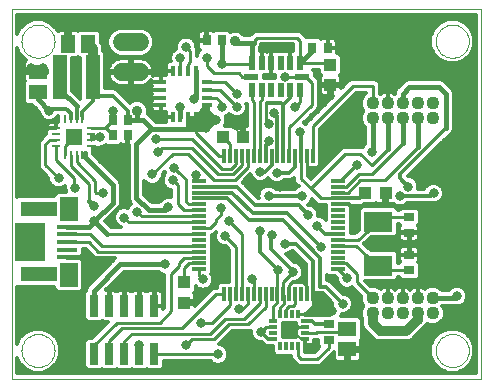
<source format=gtl>
G75*
G70*
%OFA0B0*%
%FSLAX24Y24*%
%IPPOS*%
%LPD*%
%AMOC8*
5,1,8,0,0,1.08239X$1,22.5*
%
%ADD10C,0.0000*%
%ADD11R,0.0472X0.0118*%
%ADD12R,0.0118X0.0472*%
%ADD13R,0.0276X0.0118*%
%ADD14R,0.0118X0.0276*%
%ADD15R,0.0217X0.0472*%
%ADD16R,0.0472X0.0217*%
%ADD17R,0.0472X0.1457*%
%ADD18R,0.0354X0.0276*%
%ADD19R,0.0591X0.0512*%
%ADD20R,0.0689X0.0157*%
%ADD21R,0.0591X0.0787*%
%ADD22R,0.1240X0.0512*%
%ADD23R,0.0984X0.1299*%
%ADD24R,0.0945X0.0669*%
%ADD25R,0.0295X0.0098*%
%ADD26R,0.0098X0.0295*%
%ADD27R,0.0571X0.0571*%
%ADD28R,0.0512X0.0591*%
%ADD29R,0.0276X0.0354*%
%ADD30R,0.0290X0.0730*%
%ADD31R,0.0335X0.0157*%
%ADD32R,0.0157X0.0335*%
%ADD33R,0.0433X0.0394*%
%ADD34R,0.0394X0.0433*%
%ADD35C,0.0436*%
%ADD36C,0.0600*%
%ADD37C,0.0100*%
%ADD38C,0.0160*%
%ADD39C,0.0317*%
%ADD40C,0.0120*%
%ADD41C,0.0356*%
%ADD42C,0.0320*%
%ADD43C,0.0080*%
D10*
X000325Y000160D02*
X000325Y012469D01*
X015976Y012469D01*
X015976Y000160D01*
X000325Y000160D01*
X000649Y001098D02*
X000651Y001145D01*
X000657Y001191D01*
X000667Y001237D01*
X000680Y001282D01*
X000698Y001325D01*
X000719Y001367D01*
X000743Y001407D01*
X000771Y001444D01*
X000802Y001479D01*
X000836Y001512D01*
X000872Y001541D01*
X000911Y001567D01*
X000952Y001590D01*
X000995Y001609D01*
X001039Y001625D01*
X001084Y001637D01*
X001130Y001645D01*
X001177Y001649D01*
X001223Y001649D01*
X001270Y001645D01*
X001316Y001637D01*
X001361Y001625D01*
X001405Y001609D01*
X001448Y001590D01*
X001489Y001567D01*
X001528Y001541D01*
X001564Y001512D01*
X001598Y001479D01*
X001629Y001444D01*
X001657Y001407D01*
X001681Y001367D01*
X001702Y001325D01*
X001720Y001282D01*
X001733Y001237D01*
X001743Y001191D01*
X001749Y001145D01*
X001751Y001098D01*
X001749Y001051D01*
X001743Y001005D01*
X001733Y000959D01*
X001720Y000914D01*
X001702Y000871D01*
X001681Y000829D01*
X001657Y000789D01*
X001629Y000752D01*
X001598Y000717D01*
X001564Y000684D01*
X001528Y000655D01*
X001489Y000629D01*
X001448Y000606D01*
X001405Y000587D01*
X001361Y000571D01*
X001316Y000559D01*
X001270Y000551D01*
X001223Y000547D01*
X001177Y000547D01*
X001130Y000551D01*
X001084Y000559D01*
X001039Y000571D01*
X000995Y000587D01*
X000952Y000606D01*
X000911Y000629D01*
X000872Y000655D01*
X000836Y000684D01*
X000802Y000717D01*
X000771Y000752D01*
X000743Y000789D01*
X000719Y000829D01*
X000698Y000871D01*
X000680Y000914D01*
X000667Y000959D01*
X000657Y001005D01*
X000651Y001051D01*
X000649Y001098D01*
X000649Y011410D02*
X000651Y011457D01*
X000657Y011503D01*
X000667Y011549D01*
X000680Y011594D01*
X000698Y011637D01*
X000719Y011679D01*
X000743Y011719D01*
X000771Y011756D01*
X000802Y011791D01*
X000836Y011824D01*
X000872Y011853D01*
X000911Y011879D01*
X000952Y011902D01*
X000995Y011921D01*
X001039Y011937D01*
X001084Y011949D01*
X001130Y011957D01*
X001177Y011961D01*
X001223Y011961D01*
X001270Y011957D01*
X001316Y011949D01*
X001361Y011937D01*
X001405Y011921D01*
X001448Y011902D01*
X001489Y011879D01*
X001528Y011853D01*
X001564Y011824D01*
X001598Y011791D01*
X001629Y011756D01*
X001657Y011719D01*
X001681Y011679D01*
X001702Y011637D01*
X001720Y011594D01*
X001733Y011549D01*
X001743Y011503D01*
X001749Y011457D01*
X001751Y011410D01*
X001749Y011363D01*
X001743Y011317D01*
X001733Y011271D01*
X001720Y011226D01*
X001702Y011183D01*
X001681Y011141D01*
X001657Y011101D01*
X001629Y011064D01*
X001598Y011029D01*
X001564Y010996D01*
X001528Y010967D01*
X001489Y010941D01*
X001448Y010918D01*
X001405Y010899D01*
X001361Y010883D01*
X001316Y010871D01*
X001270Y010863D01*
X001223Y010859D01*
X001177Y010859D01*
X001130Y010863D01*
X001084Y010871D01*
X001039Y010883D01*
X000995Y010899D01*
X000952Y010918D01*
X000911Y010941D01*
X000872Y010967D01*
X000836Y010996D01*
X000802Y011029D01*
X000771Y011064D01*
X000743Y011101D01*
X000719Y011141D01*
X000698Y011183D01*
X000680Y011226D01*
X000667Y011271D01*
X000657Y011317D01*
X000651Y011363D01*
X000649Y011410D01*
X014462Y011410D02*
X014464Y011457D01*
X014470Y011503D01*
X014480Y011549D01*
X014493Y011594D01*
X014511Y011637D01*
X014532Y011679D01*
X014556Y011719D01*
X014584Y011756D01*
X014615Y011791D01*
X014649Y011824D01*
X014685Y011853D01*
X014724Y011879D01*
X014765Y011902D01*
X014808Y011921D01*
X014852Y011937D01*
X014897Y011949D01*
X014943Y011957D01*
X014990Y011961D01*
X015036Y011961D01*
X015083Y011957D01*
X015129Y011949D01*
X015174Y011937D01*
X015218Y011921D01*
X015261Y011902D01*
X015302Y011879D01*
X015341Y011853D01*
X015377Y011824D01*
X015411Y011791D01*
X015442Y011756D01*
X015470Y011719D01*
X015494Y011679D01*
X015515Y011637D01*
X015533Y011594D01*
X015546Y011549D01*
X015556Y011503D01*
X015562Y011457D01*
X015564Y011410D01*
X015562Y011363D01*
X015556Y011317D01*
X015546Y011271D01*
X015533Y011226D01*
X015515Y011183D01*
X015494Y011141D01*
X015470Y011101D01*
X015442Y011064D01*
X015411Y011029D01*
X015377Y010996D01*
X015341Y010967D01*
X015302Y010941D01*
X015261Y010918D01*
X015218Y010899D01*
X015174Y010883D01*
X015129Y010871D01*
X015083Y010863D01*
X015036Y010859D01*
X014990Y010859D01*
X014943Y010863D01*
X014897Y010871D01*
X014852Y010883D01*
X014808Y010899D01*
X014765Y010918D01*
X014724Y010941D01*
X014685Y010967D01*
X014649Y010996D01*
X014615Y011029D01*
X014584Y011064D01*
X014556Y011101D01*
X014532Y011141D01*
X014511Y011183D01*
X014493Y011226D01*
X014480Y011271D01*
X014470Y011317D01*
X014464Y011363D01*
X014462Y011410D01*
X014462Y001098D02*
X014464Y001145D01*
X014470Y001191D01*
X014480Y001237D01*
X014493Y001282D01*
X014511Y001325D01*
X014532Y001367D01*
X014556Y001407D01*
X014584Y001444D01*
X014615Y001479D01*
X014649Y001512D01*
X014685Y001541D01*
X014724Y001567D01*
X014765Y001590D01*
X014808Y001609D01*
X014852Y001625D01*
X014897Y001637D01*
X014943Y001645D01*
X014990Y001649D01*
X015036Y001649D01*
X015083Y001645D01*
X015129Y001637D01*
X015174Y001625D01*
X015218Y001609D01*
X015261Y001590D01*
X015302Y001567D01*
X015341Y001541D01*
X015377Y001512D01*
X015411Y001479D01*
X015442Y001444D01*
X015470Y001407D01*
X015494Y001367D01*
X015515Y001325D01*
X015533Y001282D01*
X015546Y001237D01*
X015556Y001191D01*
X015562Y001145D01*
X015564Y001098D01*
X015562Y001051D01*
X015556Y001005D01*
X015546Y000959D01*
X015533Y000914D01*
X015515Y000871D01*
X015494Y000829D01*
X015470Y000789D01*
X015442Y000752D01*
X015411Y000717D01*
X015377Y000684D01*
X015341Y000655D01*
X015302Y000629D01*
X015261Y000606D01*
X015218Y000587D01*
X015174Y000571D01*
X015129Y000559D01*
X015083Y000551D01*
X015036Y000547D01*
X014990Y000547D01*
X014943Y000551D01*
X014897Y000559D01*
X014852Y000571D01*
X014808Y000587D01*
X014765Y000606D01*
X014724Y000629D01*
X014685Y000655D01*
X014649Y000684D01*
X014615Y000717D01*
X014584Y000752D01*
X014556Y000789D01*
X014532Y000829D01*
X014511Y000871D01*
X014493Y000914D01*
X014480Y000959D01*
X014470Y001005D01*
X014464Y001051D01*
X014462Y001098D01*
D11*
X011200Y003809D03*
X011200Y004005D03*
X011200Y004202D03*
X011200Y004399D03*
X011200Y004596D03*
X011200Y004793D03*
X011200Y004990D03*
X011200Y005187D03*
X011200Y005383D03*
X011200Y005580D03*
X011200Y005777D03*
X011200Y005974D03*
X011200Y006171D03*
X011200Y006368D03*
X011200Y006565D03*
X011200Y006761D03*
X006575Y006761D03*
X006575Y006565D03*
X006575Y006368D03*
X006575Y006171D03*
X006575Y005974D03*
X006575Y005777D03*
X006575Y005580D03*
X006575Y005383D03*
X006575Y005187D03*
X006575Y004990D03*
X006575Y004793D03*
X006575Y004596D03*
X006575Y004399D03*
X006575Y004202D03*
X006575Y004005D03*
X006575Y003809D03*
D12*
X007411Y002972D03*
X007608Y002972D03*
X007805Y002972D03*
X008002Y002972D03*
X008199Y002972D03*
X008395Y002972D03*
X008592Y002972D03*
X008789Y002972D03*
X008986Y002972D03*
X009183Y002972D03*
X009380Y002972D03*
X009576Y002972D03*
X009773Y002972D03*
X009970Y002972D03*
X010167Y002972D03*
X010364Y002972D03*
X010364Y007598D03*
X010167Y007598D03*
X009970Y007598D03*
X009773Y007598D03*
X009576Y007598D03*
X009380Y007598D03*
X009183Y007598D03*
X008986Y007598D03*
X008789Y007598D03*
X008592Y007598D03*
X008395Y007598D03*
X008199Y007598D03*
X008002Y007598D03*
X007805Y007598D03*
X007608Y007598D03*
X007411Y007598D03*
D13*
X009034Y002080D03*
X009034Y001883D03*
X009034Y001687D03*
X009034Y001490D03*
X010116Y001490D03*
X010116Y001687D03*
X010116Y001883D03*
X010116Y002080D03*
D14*
X009870Y002326D03*
X009673Y002326D03*
X009477Y002326D03*
X009280Y002326D03*
X009280Y001244D03*
X009477Y001244D03*
X009673Y001244D03*
X009870Y001244D03*
D15*
X009925Y009770D03*
X009610Y009770D03*
X009295Y009770D03*
X008980Y009770D03*
X008665Y009770D03*
X008350Y009770D03*
X008350Y010675D03*
X008665Y010675D03*
X008980Y010675D03*
X009295Y010675D03*
X009610Y010675D03*
X009925Y010675D03*
D16*
X010004Y010223D03*
X008311Y010223D03*
D17*
X003032Y010223D03*
X001930Y010223D03*
D18*
X010888Y001978D03*
X010888Y001467D03*
X013575Y003779D03*
X013575Y004291D03*
X013575Y005029D03*
X013575Y005541D03*
D19*
X011513Y001807D03*
X011513Y001138D03*
X001200Y009732D03*
X001200Y010401D03*
D20*
X002166Y005234D03*
X002166Y004978D03*
X002166Y004723D03*
X002166Y004467D03*
X002166Y004211D03*
D21*
X002225Y003620D03*
X002225Y005825D03*
D22*
X001231Y005805D03*
X001231Y003640D03*
D23*
X000945Y004723D03*
D24*
X012544Y005388D03*
X012544Y003932D03*
D25*
X002978Y007927D03*
X002978Y008124D03*
X002978Y008321D03*
X002978Y008518D03*
X001797Y008518D03*
X001797Y008321D03*
X001797Y008124D03*
X001797Y007927D03*
D26*
X002092Y007632D03*
X002289Y007632D03*
X002486Y007632D03*
X002683Y007632D03*
X002683Y008813D03*
X002486Y008813D03*
X002289Y008813D03*
X002092Y008813D03*
D27*
X002388Y008223D03*
D28*
X002209Y011316D03*
X002878Y011316D03*
D29*
X003694Y008785D03*
X004206Y008785D03*
X004206Y008285D03*
X003694Y008285D03*
X006819Y011441D03*
X007331Y011441D03*
X010350Y011191D03*
X010862Y011191D03*
D30*
X005075Y002585D03*
X004575Y002585D03*
X004075Y002585D03*
X003575Y002585D03*
X003075Y002585D03*
X003075Y000985D03*
X003575Y000985D03*
X004075Y000985D03*
X004575Y000985D03*
X005075Y000985D03*
D31*
X005307Y009276D03*
X005307Y009532D03*
X005307Y009788D03*
X005307Y010044D03*
X006843Y010044D03*
X006843Y009788D03*
X006843Y009532D03*
X006843Y009276D03*
D32*
X006459Y008892D03*
X006203Y008892D03*
X005947Y008892D03*
X005691Y008892D03*
X005691Y010428D03*
X005947Y010428D03*
X006203Y010428D03*
X006459Y010428D03*
D33*
X007365Y008223D03*
X008035Y008223D03*
X012115Y006348D03*
X012785Y006348D03*
D34*
X010950Y009950D03*
X010950Y010620D03*
X006075Y003370D03*
X006075Y002700D03*
D35*
X012356Y002848D03*
X012856Y002848D03*
X013356Y002848D03*
X013856Y002848D03*
X014356Y002848D03*
X014356Y002348D03*
X013856Y002348D03*
X013356Y002348D03*
X012856Y002348D03*
X012356Y002348D03*
X012356Y008848D03*
X012856Y008848D03*
X013356Y008848D03*
X013856Y008848D03*
X014356Y008848D03*
X014356Y009348D03*
X013856Y009348D03*
X013356Y009348D03*
X012856Y009348D03*
X012356Y009348D03*
D36*
X004594Y010379D02*
X003994Y010379D01*
X003994Y011379D02*
X004594Y011379D01*
D37*
X005950Y010848D02*
X005950Y010431D01*
X005947Y010428D01*
X006203Y010428D02*
X006203Y010663D01*
X006263Y010723D01*
X006263Y011098D01*
X006138Y011223D01*
X006825Y010848D02*
X006825Y010598D01*
X007075Y010348D01*
X007888Y010348D01*
X008013Y010223D01*
X008311Y010223D01*
X008350Y009770D02*
X008350Y009447D01*
X008395Y009402D01*
X008395Y007598D01*
X008200Y007597D02*
X008199Y007598D01*
X008200Y007597D02*
X008200Y007223D01*
X007763Y006785D01*
X007075Y006785D01*
X006200Y007660D01*
X005700Y007660D01*
X005013Y006973D01*
X005700Y006785D02*
X005856Y006629D01*
X005856Y005973D01*
X006052Y005777D01*
X006575Y005777D01*
X006575Y005580D02*
X004655Y005580D01*
X004513Y005723D01*
X004227Y005383D02*
X004075Y005535D01*
X004227Y005383D02*
X006575Y005383D01*
X006579Y005191D02*
X006575Y005187D01*
X006579Y005191D02*
X006950Y005191D01*
X007138Y005379D01*
X007138Y005473D01*
X007294Y005629D01*
X007294Y005848D01*
X007575Y005410D02*
X008002Y004983D01*
X008002Y002972D01*
X007805Y002972D02*
X007805Y004555D01*
X007450Y004910D01*
X006575Y004990D02*
X003495Y004990D01*
X003326Y004596D02*
X006575Y004596D01*
X006575Y004399D02*
X003211Y004399D01*
X002888Y004723D01*
X002166Y004723D01*
X002166Y004978D02*
X002944Y004978D01*
X003326Y004596D01*
X002396Y005223D02*
X002166Y005234D01*
X002888Y006098D02*
X002888Y006660D01*
X002289Y007258D01*
X002289Y007632D01*
X002092Y007632D02*
X002092Y007927D01*
X002388Y008223D01*
X002978Y008321D02*
X002978Y008124D01*
X003076Y008223D02*
X002978Y008321D01*
X002978Y008518D02*
X003427Y008518D01*
X003461Y008518D01*
X003694Y008285D01*
X003427Y008518D02*
X003694Y008785D01*
X003700Y008791D01*
X004206Y008285D02*
X004138Y008217D01*
X004138Y008035D01*
X003888Y007785D01*
X003700Y007785D01*
X003263Y007879D02*
X003169Y007785D01*
X003138Y007785D01*
X003263Y007660D01*
X003263Y007598D01*
X003075Y007754D02*
X003075Y007910D01*
X003106Y007879D01*
X003263Y007879D01*
X003075Y007754D02*
X003013Y007691D01*
X003013Y007893D01*
X002978Y007927D01*
X002763Y007598D02*
X002717Y007598D01*
X002683Y007632D01*
X002486Y007632D02*
X002486Y007374D01*
X003111Y006749D01*
X003111Y006374D01*
X003138Y006348D01*
X003356Y006348D01*
X002450Y006535D02*
X002388Y006598D01*
X002388Y006848D01*
X001797Y007438D01*
X001797Y007927D01*
X001797Y008124D02*
X001602Y008124D01*
X001450Y007973D01*
X001450Y007285D01*
X001888Y006848D01*
X002683Y008813D02*
X002683Y008924D01*
X005138Y008160D02*
X006325Y008160D01*
X007325Y007160D01*
X007638Y007160D01*
X007805Y007327D01*
X007805Y007598D01*
X008002Y007598D02*
X008002Y007274D01*
X007700Y006973D01*
X007200Y006973D01*
X006325Y007848D01*
X005325Y007848D01*
X005200Y007723D01*
X005731Y007191D02*
X005877Y007064D01*
X006138Y006804D01*
X006138Y006066D01*
X006230Y005974D01*
X006575Y005974D01*
X008013Y007348D02*
X008013Y007587D01*
X008002Y007598D01*
X007608Y007598D02*
X007608Y007980D01*
X007365Y008223D01*
X007411Y007598D02*
X007217Y007598D01*
X006459Y008356D01*
X006459Y008535D01*
X006408Y008484D01*
X006396Y008473D01*
X006459Y008892D02*
X006203Y008892D01*
X005947Y009220D02*
X005950Y009223D01*
X006843Y009532D02*
X006846Y009535D01*
X007138Y009535D01*
X007325Y009348D01*
X007325Y009223D01*
X007825Y009223D02*
X007260Y009788D01*
X006843Y009788D01*
X006843Y010044D02*
X007441Y010044D01*
X007825Y009660D01*
X008592Y009396D02*
X008665Y009469D01*
X008665Y009770D01*
X008592Y009396D02*
X008592Y007598D01*
X009576Y007598D02*
X009576Y008536D01*
X010325Y009285D01*
X010325Y010035D01*
X010138Y010223D01*
X010004Y010223D01*
X009450Y010223D01*
X009610Y009770D02*
X009638Y009742D01*
X009925Y009770D02*
X009925Y009385D01*
X009763Y009223D01*
X010364Y008574D02*
X011700Y009910D01*
X012375Y009910D01*
X012375Y009366D01*
X012356Y009348D01*
X011638Y008066D02*
X011388Y008066D01*
X010388Y007066D01*
X010388Y007004D01*
X010167Y007224D01*
X010167Y007598D01*
X010364Y007598D02*
X010364Y008574D01*
X009970Y007598D02*
X009970Y006827D01*
X010294Y006504D01*
X011450Y007660D01*
X011950Y007660D01*
X012325Y007285D01*
X012856Y007816D01*
X013356Y008004D02*
X012325Y006973D01*
X011888Y006973D01*
X011480Y006565D01*
X011200Y006565D01*
X011200Y006368D02*
X011533Y006368D01*
X011950Y006785D01*
X012763Y006785D01*
X013856Y007879D01*
X011301Y006761D02*
X011200Y006761D01*
X011200Y006171D02*
X010627Y006171D01*
X010294Y006504D01*
X011200Y004793D02*
X011855Y004793D01*
X012544Y005388D01*
X012603Y005541D01*
X013575Y005541D01*
X012544Y003932D02*
X011786Y004596D01*
X011200Y004596D01*
X011200Y004005D02*
X011480Y004005D01*
X011825Y003660D01*
X011825Y003379D01*
X012356Y002848D01*
X012603Y003779D02*
X013575Y003779D01*
X012603Y003779D02*
X012544Y003932D01*
X010364Y002972D02*
X010364Y002574D01*
X010116Y002326D01*
X009870Y002326D01*
X009700Y002598D02*
X009575Y002598D01*
X009477Y002499D01*
X009477Y002326D01*
X009280Y002326D02*
X009280Y002552D01*
X009388Y002660D01*
X009388Y002964D01*
X009380Y002972D01*
X009380Y003402D01*
X009700Y003723D01*
X009700Y003410D02*
X010013Y003410D01*
X010167Y003255D01*
X010167Y002972D01*
X009773Y002972D02*
X009763Y002961D01*
X009763Y002660D01*
X009700Y002598D01*
X009576Y002972D02*
X009576Y003286D01*
X009700Y003410D01*
X009200Y003785D02*
X009183Y003768D01*
X009183Y002972D01*
X009183Y002705D01*
X009034Y002556D01*
X009034Y002080D01*
X009034Y001883D02*
X008798Y001883D01*
X008638Y001723D01*
X008870Y001490D01*
X009034Y001490D01*
X009575Y001785D02*
X009638Y001848D01*
X009825Y001848D01*
X009861Y001883D01*
X010116Y001883D01*
X010116Y001687D02*
X010477Y001687D01*
X010513Y001723D01*
X011428Y001723D01*
X011513Y001807D01*
X010888Y001467D02*
X010888Y001191D01*
X010513Y000816D01*
X009981Y000816D01*
X009870Y000927D01*
X009870Y001244D01*
X008789Y002562D02*
X008200Y001973D01*
X007575Y001973D01*
X007075Y001473D01*
X006325Y001473D01*
X006138Y001285D01*
X006013Y001848D02*
X007138Y002973D01*
X007411Y002973D01*
X007411Y002972D01*
X007608Y002972D02*
X007608Y002630D01*
X007013Y002035D01*
X006638Y002035D01*
X006950Y001660D02*
X007450Y002160D01*
X008075Y002160D01*
X008592Y002677D01*
X008592Y002972D01*
X008395Y002972D02*
X008395Y003402D01*
X008325Y003473D01*
X008199Y002972D02*
X008199Y002659D01*
X008013Y002473D01*
X007888Y002473D01*
X008789Y002562D02*
X008789Y002972D01*
X006950Y001660D02*
X004325Y001660D01*
X004075Y001410D01*
X004075Y000985D01*
X004575Y000985D02*
X004575Y001285D01*
X005075Y000985D02*
X005188Y000973D01*
X007200Y000973D01*
X006013Y001848D02*
X004013Y001848D01*
X003575Y001410D01*
X003575Y000985D01*
X003075Y000985D02*
X003075Y001285D01*
X003825Y002035D01*
X005263Y002035D01*
X005638Y002410D01*
X005638Y003660D01*
X005888Y003910D01*
X005888Y004035D01*
X006055Y004202D01*
X006575Y004202D01*
X006575Y004005D02*
X006233Y004005D01*
X006075Y003848D01*
X006075Y003370D01*
X006138Y003432D01*
X006575Y003598D02*
X006575Y003808D01*
X006575Y003809D01*
X006575Y003598D02*
X006700Y003473D01*
X008888Y008660D02*
X008794Y008754D01*
X008794Y009316D01*
X008825Y009348D01*
X008335Y010660D02*
X007325Y010660D01*
X008335Y010660D02*
X008350Y010675D01*
X008388Y011348D02*
X008388Y011410D01*
X008513Y011535D01*
X009825Y011535D01*
X009925Y011435D01*
X009925Y010675D01*
X009950Y010700D01*
X009925Y010675D02*
X010013Y010763D01*
X009925Y010675D02*
X010894Y010675D01*
X010950Y010620D01*
D38*
X010350Y011101D02*
X009925Y010675D01*
X010350Y011101D02*
X010350Y011191D01*
X008388Y011348D02*
X008350Y011310D01*
X008350Y010675D01*
X008388Y011348D02*
X007825Y011348D01*
X007763Y011410D01*
X007331Y011441D02*
X007325Y011435D01*
X007325Y010660D01*
X006459Y010428D02*
X006459Y009544D01*
X006388Y009473D01*
X006843Y009276D02*
X006843Y009080D01*
X007138Y008785D01*
X007044Y008723D02*
X006825Y008504D01*
X006794Y008504D01*
X006774Y008484D01*
X006408Y008484D01*
X006396Y008473D02*
X005013Y008473D01*
X004700Y008785D01*
X004513Y008785D01*
X004513Y009098D01*
X004513Y008785D02*
X004206Y008785D01*
X003700Y008791D02*
X003700Y009098D01*
X003263Y008223D02*
X003076Y008223D01*
X002763Y007691D02*
X002763Y007598D01*
X002763Y007552D01*
X003700Y006615D01*
X003700Y006035D01*
X003075Y005410D01*
X003495Y004990D01*
X003075Y005410D02*
X002899Y005234D01*
X002166Y005234D01*
X002888Y006098D02*
X003075Y005910D01*
X004481Y006191D02*
X004481Y007973D01*
X004981Y008473D01*
X005947Y008892D02*
X005947Y009220D01*
X006294Y008816D02*
X006200Y008723D01*
X006200Y008566D01*
X006325Y008566D01*
X006325Y008660D01*
X006388Y008754D02*
X006325Y008816D01*
X006294Y008816D01*
X006388Y008754D02*
X006888Y008754D01*
X006825Y008691D01*
X006825Y008504D01*
X006794Y008504D02*
X006490Y008504D01*
X006459Y008535D01*
X006459Y008892D01*
X006843Y009276D01*
X006763Y009035D02*
X006763Y009004D01*
X007044Y008723D01*
X006763Y008566D02*
X006763Y009004D01*
X006606Y008973D02*
X006606Y008566D01*
X006763Y008566D01*
X004481Y006191D02*
X004888Y005785D01*
X005450Y005785D01*
X005544Y005879D01*
X005450Y003973D02*
X003950Y003973D01*
X003075Y003098D01*
X003075Y002585D01*
X003075Y004035D02*
X002899Y004211D01*
X002166Y004211D01*
X001575Y009098D02*
X001200Y009473D01*
X001200Y009732D01*
X001950Y009785D02*
X002486Y009249D01*
X010450Y002910D02*
X010450Y002566D01*
X010325Y002441D01*
X010856Y002441D01*
X010856Y002504D01*
X010575Y002785D01*
X010575Y002566D01*
X010544Y002535D01*
X010669Y002535D01*
X010888Y002316D02*
X010981Y002410D01*
X010981Y002598D01*
X010669Y002910D01*
X010450Y002910D01*
X010116Y002326D02*
X010126Y002316D01*
X010888Y002316D01*
X010126Y002316D02*
X010106Y002316D01*
X014356Y002848D02*
X015106Y002848D01*
X015169Y002910D01*
X012856Y007816D02*
X012856Y008848D01*
X012356Y008848D02*
X012356Y007754D01*
X012325Y007723D01*
X013356Y008004D02*
X013356Y008848D01*
X013856Y008848D02*
X013856Y007879D01*
X014794Y008504D02*
X014794Y009660D01*
X014575Y009879D01*
X013575Y009879D01*
X013356Y009660D01*
X013356Y009348D01*
D39*
X011856Y008004D03*
X012325Y007723D03*
X011825Y007285D03*
X013263Y006254D03*
X013544Y006566D03*
X013888Y006973D03*
X014294Y007348D03*
X014388Y006348D03*
X014419Y004473D03*
X014294Y003754D03*
X015169Y002910D03*
X011513Y003504D03*
X011356Y002660D03*
X011013Y002410D03*
X009575Y001785D03*
X008638Y001723D03*
X007700Y001535D03*
X007200Y000973D03*
X008075Y000785D03*
X006638Y002035D03*
X006138Y001285D03*
X004575Y001285D03*
X006575Y002973D03*
X006700Y003473D03*
X007263Y004223D03*
X007450Y004910D03*
X007575Y005410D03*
X007294Y005848D03*
X008325Y006660D03*
X008606Y007066D03*
X009169Y007035D03*
X009263Y006566D03*
X008888Y006254D03*
X010013Y006254D03*
X010200Y005629D03*
X010513Y005254D03*
X010638Y004566D03*
X009763Y004160D03*
X009700Y003723D03*
X009200Y003785D03*
X008325Y003473D03*
X007888Y002473D03*
X005450Y003973D03*
X005044Y003629D03*
X004638Y003348D03*
X005200Y003254D03*
X003825Y003285D03*
X003075Y003660D03*
X003075Y004035D03*
X003513Y004035D03*
X002263Y002848D03*
X001513Y002848D03*
X001513Y002223D03*
X002200Y002223D03*
X002200Y001660D03*
X003075Y005410D03*
X003075Y005910D03*
X003356Y006348D03*
X002450Y006535D03*
X001888Y006848D03*
X001325Y006785D03*
X000981Y007598D03*
X000981Y008254D03*
X000981Y008910D03*
X001575Y009098D03*
X002388Y008223D03*
X003263Y008223D03*
X003700Y007785D03*
X003638Y007410D03*
X003263Y007598D03*
X003700Y009098D03*
X004169Y009785D03*
X005950Y009223D03*
X006388Y009473D03*
X007325Y009223D03*
X007138Y008785D03*
X006794Y008504D03*
X007825Y008598D03*
X007825Y009223D03*
X007825Y009660D03*
X007325Y010660D03*
X006825Y010848D03*
X006138Y011223D03*
X005950Y010848D03*
X008888Y008660D03*
X009075Y009035D03*
X009763Y009223D03*
X009919Y008379D03*
X008888Y008098D03*
X010294Y007004D03*
X008606Y005098D03*
X009013Y004941D03*
X009419Y004660D03*
X006481Y006941D03*
X005731Y007191D03*
X005700Y006785D03*
X005013Y006973D03*
X004950Y006348D03*
X005544Y005879D03*
X004513Y005723D03*
X004075Y005535D03*
X005200Y007723D03*
X005138Y008160D03*
X002419Y010754D03*
X001356Y010535D03*
X000981Y010535D03*
X009450Y010223D03*
X009513Y011223D03*
X010638Y011691D03*
X011700Y011035D03*
X011450Y009098D03*
X010481Y001254D03*
D40*
X010530Y001254D02*
X010578Y001207D01*
X010417Y001046D01*
X010109Y001046D01*
X010109Y001271D01*
X010116Y001271D01*
X010116Y001448D01*
X010116Y001448D01*
X010116Y001271D01*
X010275Y001271D01*
X010316Y001282D01*
X010352Y001303D01*
X010382Y001332D01*
X010403Y001369D01*
X010414Y001410D01*
X010414Y001457D01*
X010530Y001457D01*
X010530Y001254D01*
X010545Y001240D02*
X010109Y001240D01*
X010116Y001358D02*
X010116Y001358D01*
X010109Y001121D02*
X010492Y001121D01*
X010530Y001358D02*
X010397Y001358D01*
X009799Y001561D02*
X009799Y001820D01*
X009819Y001840D01*
X009819Y001883D01*
X009862Y001883D01*
X009862Y001883D01*
X009862Y001883D01*
X009819Y001883D01*
X009819Y001927D01*
X009799Y001947D01*
X009799Y002009D01*
X009737Y002009D01*
X009610Y002009D01*
X009351Y002009D01*
X009351Y001561D01*
X009799Y001561D01*
X009799Y001595D02*
X009351Y001595D01*
X009351Y001714D02*
X009799Y001714D01*
X009810Y001832D02*
X009351Y001832D01*
X009351Y001951D02*
X009799Y001951D01*
X010116Y002080D02*
X010342Y002080D01*
X010444Y001978D01*
X010888Y001978D01*
X011310Y002243D02*
X011342Y002322D01*
X011424Y002322D01*
X011548Y002373D01*
X011643Y002468D01*
X011695Y002593D01*
X011695Y002727D01*
X011643Y002852D01*
X011548Y002947D01*
X011424Y002998D01*
X011357Y002998D01*
X010930Y003426D01*
X010846Y003461D01*
X010846Y003613D01*
X010890Y003570D01*
X011107Y003570D01*
X011174Y003503D01*
X011174Y003436D01*
X011226Y003312D01*
X011321Y003217D01*
X011445Y003165D01*
X011580Y003165D01*
X011674Y003204D01*
X011958Y002920D01*
X011958Y002768D01*
X012019Y002622D01*
X012043Y002598D01*
X012019Y002573D01*
X011958Y002427D01*
X011958Y002268D01*
X012016Y002128D01*
X012016Y001936D01*
X012068Y001811D01*
X012164Y001716D01*
X012414Y001466D01*
X012539Y001414D01*
X013549Y001414D01*
X013674Y001466D01*
X014049Y001841D01*
X014144Y001936D01*
X014169Y001994D01*
X014277Y001949D01*
X014435Y001949D01*
X014582Y002010D01*
X014694Y002122D01*
X014754Y002268D01*
X014754Y002427D01*
X014694Y002573D01*
X014679Y002588D01*
X015063Y002588D01*
X015101Y002572D01*
X015236Y002572D01*
X015360Y002623D01*
X015456Y002718D01*
X015507Y002843D01*
X015507Y002977D01*
X015456Y003102D01*
X015360Y003197D01*
X015236Y003248D01*
X015101Y003248D01*
X014977Y003197D01*
X014888Y003107D01*
X014659Y003107D01*
X014582Y003185D01*
X014435Y003246D01*
X014277Y003246D01*
X014131Y003185D01*
X014091Y003145D01*
X014035Y003183D01*
X013967Y003211D01*
X013893Y003226D01*
X013856Y003226D01*
X013819Y003226D01*
X013746Y003211D01*
X013677Y003183D01*
X013615Y003141D01*
X013606Y003132D01*
X013597Y003141D01*
X013535Y003183D01*
X013467Y003211D01*
X013393Y003226D01*
X013356Y003226D01*
X013319Y003226D01*
X013246Y003211D01*
X013177Y003183D01*
X013115Y003141D01*
X013106Y003132D01*
X013097Y003141D01*
X013035Y003183D01*
X012967Y003211D01*
X012893Y003226D01*
X012856Y003226D01*
X012819Y003226D01*
X012746Y003211D01*
X012677Y003183D01*
X012621Y003145D01*
X012582Y003185D01*
X012435Y003246D01*
X012283Y003246D01*
X012112Y003417D01*
X013091Y003417D01*
X013196Y003522D01*
X013196Y003549D01*
X013235Y003549D01*
X013323Y003461D01*
X013827Y003461D01*
X013932Y003567D01*
X013932Y003991D01*
X013874Y004049D01*
X013880Y004055D01*
X013901Y004091D01*
X013912Y004132D01*
X013912Y004282D01*
X013584Y004282D01*
X013584Y004300D01*
X013566Y004300D01*
X013566Y004589D01*
X013377Y004589D01*
X013336Y004578D01*
X013300Y004557D01*
X013270Y004527D01*
X013249Y004490D01*
X013238Y004450D01*
X013238Y004300D01*
X013566Y004300D01*
X013566Y004282D01*
X013238Y004282D01*
X013238Y004132D01*
X013249Y004091D01*
X013270Y004055D01*
X013276Y004049D01*
X013235Y004009D01*
X013196Y004009D01*
X013196Y004341D01*
X013091Y004446D01*
X012305Y004446D01*
X012057Y004664D01*
X012300Y004874D01*
X013091Y004874D01*
X013196Y004979D01*
X013196Y005311D01*
X013235Y005311D01*
X013276Y005271D01*
X013270Y005265D01*
X013249Y005229D01*
X013238Y005188D01*
X013238Y005038D01*
X013566Y005038D01*
X013566Y005020D01*
X013584Y005020D01*
X013584Y004731D01*
X013773Y004731D01*
X013814Y004742D01*
X013850Y004763D01*
X013880Y004793D01*
X013901Y004830D01*
X013912Y004870D01*
X013912Y005020D01*
X013584Y005020D01*
X013584Y005038D01*
X013912Y005038D01*
X013912Y005188D01*
X013901Y005229D01*
X013880Y005265D01*
X013874Y005271D01*
X013932Y005329D01*
X013932Y005753D01*
X013827Y005859D01*
X013323Y005859D01*
X013235Y005771D01*
X013196Y005771D01*
X013196Y005798D01*
X013091Y005903D01*
X011997Y005903D01*
X011891Y005798D01*
X011891Y005129D01*
X011769Y005023D01*
X011617Y005023D01*
X011617Y005911D01*
X011597Y005931D01*
X011986Y005931D01*
X012075Y005967D01*
X012078Y005971D01*
X012406Y005971D01*
X012464Y006028D01*
X012470Y006023D01*
X012506Y006002D01*
X012547Y005991D01*
X012746Y005991D01*
X012746Y006309D01*
X012823Y006309D01*
X012823Y005991D01*
X013022Y005991D01*
X013042Y005996D01*
X013071Y005967D01*
X013195Y005915D01*
X013330Y005915D01*
X013454Y005967D01*
X013501Y006014D01*
X014309Y006014D01*
X014320Y006009D01*
X014455Y006009D01*
X014579Y006061D01*
X014674Y006156D01*
X014726Y006280D01*
X014726Y006415D01*
X014674Y006539D01*
X014579Y006634D01*
X014455Y006686D01*
X014320Y006686D01*
X014196Y006634D01*
X014101Y006539D01*
X014082Y006494D01*
X013880Y006494D01*
X013882Y006499D01*
X013882Y006634D01*
X013831Y006758D01*
X013735Y006853D01*
X013611Y006905D01*
X013545Y006905D01*
X013539Y006910D01*
X014893Y008263D01*
X014941Y008283D01*
X015014Y008356D01*
X015054Y008452D01*
X015054Y009712D01*
X015014Y009807D01*
X014722Y010099D01*
X014627Y010139D01*
X013523Y010139D01*
X013428Y010099D01*
X013209Y009880D01*
X013136Y009807D01*
X013096Y009712D01*
X013096Y009651D01*
X013091Y009645D01*
X013035Y009683D01*
X012967Y009711D01*
X012893Y009726D01*
X012856Y009726D01*
X012819Y009726D01*
X012746Y009711D01*
X012677Y009683D01*
X012621Y009645D01*
X012605Y009662D01*
X012605Y010005D01*
X012470Y010140D01*
X011605Y010140D01*
X011470Y010005D01*
X011307Y009842D01*
X011307Y009912D01*
X010988Y009912D01*
X010988Y009574D01*
X011039Y009574D01*
X010134Y008669D01*
X010134Y008642D01*
X010110Y008666D01*
X010054Y008689D01*
X010420Y009055D01*
X010555Y009190D01*
X010555Y010130D01*
X010420Y010265D01*
X010420Y010405D01*
X010380Y010445D01*
X010573Y010445D01*
X010573Y010329D01*
X010631Y010271D01*
X010625Y010265D01*
X010604Y010229D01*
X010593Y010188D01*
X010593Y009989D01*
X010912Y009989D01*
X010912Y009912D01*
X010988Y009912D01*
X010988Y009989D01*
X011307Y009989D01*
X011307Y010188D01*
X011296Y010229D01*
X011275Y010265D01*
X011269Y010271D01*
X011327Y010329D01*
X011327Y010911D01*
X011221Y011016D01*
X011160Y011016D01*
X011160Y011182D01*
X010871Y011182D01*
X010871Y011200D01*
X011160Y011200D01*
X011160Y011389D01*
X011149Y011430D01*
X011128Y011467D01*
X011098Y011496D01*
X011062Y011518D01*
X011021Y011528D01*
X010871Y011528D01*
X010871Y011200D01*
X010853Y011200D01*
X010853Y011528D01*
X010703Y011528D01*
X010663Y011518D01*
X010626Y011496D01*
X010620Y011491D01*
X010563Y011548D01*
X010138Y011548D01*
X010137Y011548D01*
X010055Y011630D01*
X009920Y011765D01*
X008417Y011765D01*
X008292Y011640D01*
X008260Y011607D01*
X008068Y011607D01*
X008066Y011613D01*
X007965Y011714D01*
X007834Y011768D01*
X007691Y011768D01*
X007608Y011734D01*
X007543Y011798D01*
X007119Y011798D01*
X007061Y011741D01*
X007055Y011746D01*
X007019Y011768D01*
X006978Y011778D01*
X006828Y011778D01*
X006828Y011450D01*
X006810Y011450D01*
X006810Y011432D01*
X006521Y011432D01*
X006521Y011243D01*
X006532Y011202D01*
X006553Y011166D01*
X006583Y011136D01*
X006616Y011117D01*
X006538Y011039D01*
X006492Y010929D01*
X006492Y011193D01*
X006476Y011209D01*
X006476Y011290D01*
X006424Y011414D01*
X006329Y011509D01*
X006205Y011561D01*
X006070Y011561D01*
X005946Y011509D01*
X005851Y011414D01*
X005799Y011290D01*
X005799Y011155D01*
X005800Y011152D01*
X005758Y011134D01*
X005663Y011039D01*
X005612Y010915D01*
X005612Y010780D01*
X005622Y010755D01*
X005591Y010755D01*
X005551Y010744D01*
X005514Y010723D01*
X005484Y010693D01*
X005463Y010657D01*
X005452Y010616D01*
X005452Y010428D01*
X005688Y010428D01*
X005688Y010428D01*
X005452Y010428D01*
X005452Y010283D01*
X005307Y010283D01*
X005119Y010283D01*
X005078Y010272D01*
X005042Y010251D01*
X005033Y010242D01*
X005042Y010271D01*
X005053Y010339D01*
X004334Y010339D01*
X004334Y010419D01*
X004254Y010419D01*
X004254Y010839D01*
X003958Y010839D01*
X003886Y010827D01*
X003817Y010805D01*
X003753Y010772D01*
X003694Y010730D01*
X003643Y010678D01*
X003600Y010620D01*
X003567Y010555D01*
X003545Y010486D01*
X003534Y010419D01*
X004254Y010419D01*
X004254Y010339D01*
X004334Y010339D01*
X004334Y009919D01*
X004630Y009919D01*
X004701Y009930D01*
X004770Y009952D01*
X004835Y009985D01*
X004893Y010028D01*
X004945Y010079D01*
X004980Y010128D01*
X004980Y010044D01*
X005307Y010044D01*
X005307Y010044D01*
X005307Y010283D01*
X005307Y010044D01*
X005307Y010044D01*
X004980Y010044D01*
X004980Y009944D01*
X004988Y009916D01*
X004980Y009888D01*
X004980Y009788D01*
X005307Y009788D01*
X005307Y009788D01*
X004980Y009788D01*
X004980Y009688D01*
X004988Y009660D01*
X004980Y009632D01*
X004980Y009532D01*
X004980Y009432D01*
X004988Y009404D01*
X004980Y009376D01*
X004980Y009276D01*
X004980Y009176D01*
X004991Y009136D01*
X005012Y009099D01*
X005042Y009069D01*
X005078Y009048D01*
X005119Y009037D01*
X005307Y009037D01*
X005307Y009276D01*
X004980Y009276D01*
X005307Y009276D01*
X005307Y009276D01*
X005307Y009276D01*
X005307Y009037D01*
X005452Y009037D01*
X005452Y008892D01*
X005452Y008732D01*
X005120Y008732D01*
X004858Y008995D01*
X004871Y009026D01*
X004871Y009169D01*
X004816Y009300D01*
X004715Y009401D01*
X004584Y009456D01*
X004441Y009456D01*
X004310Y009401D01*
X004273Y009364D01*
X003903Y009733D01*
X003903Y009733D01*
X003836Y009801D01*
X003748Y009837D01*
X003449Y009837D01*
X003449Y011025D01*
X003372Y011102D01*
X003372Y011230D01*
X003321Y011355D01*
X003314Y011361D01*
X003314Y011686D01*
X003209Y011792D01*
X002548Y011792D01*
X002519Y011763D01*
X002486Y011772D01*
X002269Y011772D01*
X002269Y011376D01*
X002149Y011376D01*
X002149Y011772D01*
X001932Y011772D01*
X001891Y011761D01*
X001855Y011740D01*
X001855Y011740D01*
X001820Y011824D01*
X001614Y012030D01*
X001345Y012141D01*
X001055Y012141D01*
X000786Y012030D01*
X000580Y011824D01*
X000505Y011643D01*
X000505Y012289D01*
X015796Y012289D01*
X015796Y000340D01*
X000505Y000340D01*
X000505Y000865D01*
X000580Y000683D01*
X000786Y000478D01*
X001055Y000366D01*
X001345Y000366D01*
X001614Y000478D01*
X001820Y000683D01*
X001931Y000952D01*
X001931Y001243D01*
X001820Y001512D01*
X001614Y001717D01*
X001345Y001829D01*
X001055Y001829D01*
X000786Y001717D01*
X000580Y001512D01*
X000505Y001330D01*
X000505Y003235D01*
X000536Y003204D01*
X001750Y003204D01*
X001750Y003152D01*
X001855Y003046D01*
X002595Y003046D01*
X002700Y003152D01*
X002700Y004088D01*
X002670Y004118D01*
X002670Y004211D01*
X002670Y004293D01*
X002690Y004313D01*
X002690Y004493D01*
X002792Y004493D01*
X002981Y004304D01*
X002981Y004304D01*
X003116Y004169D01*
X003779Y004169D01*
X002855Y003245D01*
X002815Y003149D01*
X002815Y003090D01*
X002750Y003025D01*
X002750Y002145D01*
X002855Y002040D01*
X003295Y002040D01*
X003341Y002087D01*
X003368Y002071D01*
X003409Y002060D01*
X003525Y002060D01*
X002995Y001530D01*
X002855Y001530D01*
X002750Y001425D01*
X002750Y000545D01*
X002855Y000440D01*
X003295Y000440D01*
X003325Y000470D01*
X003355Y000440D01*
X003795Y000440D01*
X003825Y000470D01*
X003855Y000440D01*
X004295Y000440D01*
X004325Y000470D01*
X004355Y000440D01*
X004795Y000440D01*
X004825Y000470D01*
X004855Y000440D01*
X005295Y000440D01*
X005400Y000545D01*
X005400Y000743D01*
X006951Y000743D01*
X007008Y000686D01*
X007133Y000634D01*
X007267Y000634D01*
X007392Y000686D01*
X007487Y000781D01*
X007538Y000905D01*
X007538Y001040D01*
X007487Y001164D01*
X007392Y001259D01*
X007267Y001311D01*
X007239Y001311D01*
X007305Y001377D01*
X007670Y001743D01*
X008295Y001743D01*
X008299Y001746D01*
X008299Y001655D01*
X008351Y001531D01*
X008446Y001436D01*
X008570Y001384D01*
X008651Y001384D01*
X008775Y001260D01*
X008812Y001260D01*
X008821Y001251D01*
X009041Y001251D01*
X009041Y001031D01*
X009146Y000926D01*
X009640Y000926D01*
X009640Y000832D01*
X009751Y000721D01*
X009886Y000586D01*
X010608Y000586D01*
X010983Y000961D01*
X011057Y001036D01*
X011057Y000861D01*
X011068Y000820D01*
X011089Y000784D01*
X011119Y000754D01*
X011155Y000733D01*
X011196Y000722D01*
X011453Y000722D01*
X011453Y001078D01*
X011572Y001078D01*
X011572Y000722D01*
X011829Y000722D01*
X011870Y000733D01*
X011906Y000754D01*
X011936Y000784D01*
X011957Y000820D01*
X011968Y000861D01*
X011968Y001078D01*
X011573Y001078D01*
X011573Y001198D01*
X011968Y001198D01*
X011968Y001415D01*
X011959Y001448D01*
X011988Y001477D01*
X011988Y002138D01*
X011882Y002243D01*
X011310Y002243D01*
X011336Y002306D02*
X011958Y002306D01*
X011958Y002425D02*
X011599Y002425D01*
X011674Y002543D02*
X012006Y002543D01*
X012002Y002662D02*
X011695Y002662D01*
X011673Y002780D02*
X011958Y002780D01*
X011958Y002899D02*
X011596Y002899D01*
X011339Y003017D02*
X011861Y003017D01*
X011743Y003136D02*
X011220Y003136D01*
X011284Y003254D02*
X011102Y003254D01*
X011201Y003373D02*
X010983Y003373D01*
X010846Y003491D02*
X011174Y003491D01*
X011208Y003809D02*
X011513Y003504D01*
X011208Y003809D02*
X011200Y003809D01*
X011208Y003816D01*
X010850Y003610D02*
X010846Y003610D01*
X010794Y003223D02*
X010606Y003223D01*
X010606Y004191D01*
X009356Y005441D01*
X008231Y005441D01*
X007502Y006171D01*
X006575Y006171D01*
X006575Y006368D02*
X007680Y006368D01*
X008356Y005691D01*
X009513Y005691D01*
X010638Y004566D01*
X010777Y004990D02*
X010513Y005254D01*
X010739Y005506D02*
X010784Y005506D01*
X010784Y005461D02*
X010704Y005541D01*
X010580Y005592D01*
X010538Y005592D01*
X010538Y005696D01*
X010487Y005820D01*
X010392Y005916D01*
X010267Y005967D01*
X010205Y005967D01*
X010299Y006062D01*
X010332Y006140D01*
X010531Y005941D01*
X010804Y005941D01*
X010804Y005931D01*
X010784Y005911D01*
X010784Y005461D01*
X010784Y005624D02*
X010538Y005624D01*
X010519Y005743D02*
X010784Y005743D01*
X010784Y005861D02*
X010446Y005861D01*
X010493Y005980D02*
X010217Y005980D01*
X010314Y006098D02*
X010374Y006098D01*
X010013Y006254D02*
X008888Y006254D01*
X009126Y006494D02*
X009079Y006541D01*
X008955Y006592D01*
X008820Y006592D01*
X008696Y006541D01*
X008601Y006445D01*
X008549Y006321D01*
X008549Y006186D01*
X008551Y006181D01*
X008549Y006181D01*
X008017Y006714D01*
X008278Y006975D01*
X008319Y006875D01*
X008415Y006779D01*
X008539Y006728D01*
X008674Y006728D01*
X008798Y006779D01*
X008869Y006851D01*
X008877Y006854D01*
X008882Y006843D01*
X008977Y006748D01*
X009101Y006697D01*
X009236Y006697D01*
X009360Y006748D01*
X009407Y006795D01*
X009623Y006795D01*
X009711Y006832D01*
X009740Y006861D01*
X009740Y006732D01*
X009875Y006597D01*
X009899Y006573D01*
X009821Y006541D01*
X009774Y006494D01*
X009126Y006494D01*
X009003Y006572D02*
X009897Y006572D01*
X009782Y006691D02*
X008040Y006691D01*
X008112Y006809D02*
X008385Y006809D01*
X008297Y006928D02*
X008230Y006928D01*
X008606Y007066D02*
X008763Y007066D01*
X008986Y007290D01*
X008986Y007598D01*
X008789Y007598D02*
X008789Y007937D01*
X008888Y008098D01*
X009183Y007598D02*
X009183Y008927D01*
X009075Y009035D01*
X009380Y009277D02*
X009309Y009348D01*
X008825Y009348D01*
X009380Y009277D02*
X009610Y009507D01*
X009610Y009770D01*
X009112Y010186D02*
X008727Y010186D01*
X008727Y010279D01*
X008794Y010279D01*
X008823Y010287D01*
X008851Y010279D01*
X008980Y010279D01*
X008980Y010675D01*
X008980Y010675D01*
X008980Y010279D01*
X009092Y010279D01*
X009112Y010260D01*
X009112Y010186D01*
X009112Y010246D02*
X008727Y010246D01*
X008980Y010364D02*
X008980Y010364D01*
X008980Y010483D02*
X008980Y010483D01*
X008980Y010601D02*
X008980Y010601D01*
X008980Y010675D02*
X008980Y011071D01*
X008851Y011071D01*
X008823Y011064D01*
X008794Y011071D01*
X008665Y011071D01*
X008610Y011071D01*
X008610Y011205D01*
X008647Y011296D01*
X008647Y011305D01*
X009695Y011305D01*
X009695Y011071D01*
X009610Y011071D01*
X009498Y011071D01*
X009478Y011091D01*
X009112Y011091D01*
X009092Y011071D01*
X008980Y011071D01*
X008980Y010675D01*
X008980Y010675D01*
X008980Y010720D02*
X008980Y010720D01*
X008980Y010838D02*
X008980Y010838D01*
X008980Y010957D02*
X008980Y010957D01*
X009096Y011075D02*
X008610Y011075D01*
X008665Y011071D02*
X008665Y010675D01*
X008665Y010675D01*
X008665Y011071D01*
X008665Y010957D02*
X008665Y010957D01*
X008665Y010838D02*
X008665Y010838D01*
X008665Y010720D02*
X008665Y010720D01*
X008610Y011194D02*
X009695Y011194D01*
X009695Y011075D02*
X009494Y011075D01*
X009610Y011071D02*
X009610Y010675D01*
X009610Y010675D01*
X009610Y011071D01*
X009610Y010957D02*
X009610Y010957D01*
X009610Y010838D02*
X009610Y010838D01*
X009610Y010720D02*
X009610Y010720D01*
X010420Y010364D02*
X010573Y010364D01*
X010614Y010246D02*
X010440Y010246D01*
X010555Y010127D02*
X010593Y010127D01*
X010593Y010009D02*
X010555Y010009D01*
X010593Y009912D02*
X010593Y009713D01*
X010604Y009672D01*
X010625Y009636D01*
X010655Y009606D01*
X010691Y009585D01*
X010732Y009574D01*
X010912Y009574D01*
X010912Y009912D01*
X010593Y009912D01*
X010593Y009890D02*
X010555Y009890D01*
X010555Y009772D02*
X010593Y009772D01*
X010615Y009653D02*
X010555Y009653D01*
X010555Y009535D02*
X010999Y009535D01*
X010988Y009653D02*
X010912Y009653D01*
X010912Y009772D02*
X010988Y009772D01*
X010988Y009890D02*
X010912Y009890D01*
X011307Y009890D02*
X011355Y009890D01*
X011307Y010009D02*
X011473Y010009D01*
X011592Y010127D02*
X011307Y010127D01*
X011286Y010246D02*
X015796Y010246D01*
X015796Y010364D02*
X011327Y010364D01*
X011327Y010483D02*
X015796Y010483D01*
X015796Y010601D02*
X011327Y010601D01*
X011327Y010720D02*
X014769Y010720D01*
X014867Y010679D02*
X015158Y010679D01*
X015427Y010790D01*
X015632Y010996D01*
X015744Y011265D01*
X015744Y011555D01*
X015632Y011824D01*
X015427Y012030D01*
X015158Y012141D01*
X014867Y012141D01*
X014598Y012030D01*
X014393Y011824D01*
X014281Y011555D01*
X014281Y011265D01*
X014393Y010996D01*
X014598Y010790D01*
X014867Y010679D01*
X014550Y010838D02*
X011327Y010838D01*
X011281Y010957D02*
X014432Y010957D01*
X014360Y011075D02*
X011160Y011075D01*
X011160Y011312D02*
X014281Y011312D01*
X014281Y011431D02*
X011149Y011431D01*
X010871Y011431D02*
X010853Y011431D01*
X010853Y011312D02*
X010871Y011312D01*
X010871Y011194D02*
X014311Y011194D01*
X014281Y011549D02*
X010136Y011549D01*
X010018Y011668D02*
X014328Y011668D01*
X014377Y011786D02*
X007556Y011786D01*
X008011Y011668D02*
X008320Y011668D01*
X007106Y011786D02*
X004865Y011786D01*
X004866Y011786D02*
X004689Y011859D01*
X003898Y011859D01*
X003722Y011786D01*
X003587Y011651D01*
X003514Y011474D01*
X003514Y011283D01*
X003587Y011107D01*
X003722Y010972D01*
X003898Y010899D01*
X004689Y010899D01*
X004866Y010972D01*
X005001Y011107D01*
X005074Y011283D01*
X005074Y011474D01*
X005001Y011651D01*
X004866Y011786D01*
X004984Y011668D02*
X006529Y011668D01*
X006532Y011680D02*
X006521Y011639D01*
X006521Y011450D01*
X006810Y011450D01*
X006810Y011778D01*
X006660Y011778D01*
X006620Y011768D01*
X006583Y011746D01*
X006553Y011717D01*
X006532Y011680D01*
X006521Y011549D02*
X006234Y011549D01*
X006408Y011431D02*
X006521Y011431D01*
X006521Y011312D02*
X006467Y011312D01*
X006492Y011194D02*
X006537Y011194D01*
X006574Y011075D02*
X006492Y011075D01*
X006492Y010957D02*
X006504Y010957D01*
X005799Y011194D02*
X005037Y011194D01*
X005074Y011312D02*
X005808Y011312D01*
X005867Y011431D02*
X005074Y011431D01*
X005043Y011549D02*
X006041Y011549D01*
X005699Y011075D02*
X004969Y011075D01*
X004829Y010957D02*
X005629Y010957D01*
X005612Y010838D02*
X004635Y010838D01*
X004630Y010839D02*
X004334Y010839D01*
X004334Y010419D01*
X005053Y010419D01*
X005042Y010486D01*
X005020Y010555D01*
X004987Y010620D01*
X004945Y010678D01*
X004893Y010730D01*
X004835Y010772D01*
X004770Y010805D01*
X004701Y010827D01*
X004630Y010839D01*
X004904Y010720D02*
X005511Y010720D01*
X005452Y010601D02*
X004997Y010601D01*
X005043Y010483D02*
X005452Y010483D01*
X005452Y010364D02*
X004334Y010364D01*
X004254Y010364D02*
X003449Y010364D01*
X003534Y010339D02*
X003545Y010271D01*
X003567Y010202D01*
X003600Y010138D01*
X003643Y010079D01*
X003694Y010028D01*
X003753Y009985D01*
X003817Y009952D01*
X003886Y009930D01*
X003958Y009919D01*
X004254Y009919D01*
X004254Y010339D01*
X003534Y010339D01*
X003553Y010246D02*
X003449Y010246D01*
X003449Y010127D02*
X003608Y010127D01*
X003721Y010009D02*
X003449Y010009D01*
X003449Y009890D02*
X004981Y009890D01*
X004980Y009772D02*
X003865Y009772D01*
X003984Y009653D02*
X004986Y009653D01*
X004980Y009535D02*
X004102Y009535D01*
X004221Y009416D02*
X004346Y009416D01*
X004679Y009416D02*
X004984Y009416D01*
X004980Y009532D02*
X005307Y009532D01*
X005307Y009532D01*
X004980Y009532D01*
X004980Y009298D02*
X004817Y009298D01*
X004866Y009179D02*
X004980Y009179D01*
X005057Y009061D02*
X004871Y009061D01*
X004911Y008942D02*
X005452Y008942D01*
X005452Y008892D02*
X005687Y008892D01*
X005452Y008892D01*
X005452Y008824D02*
X005029Y008824D01*
X005013Y008473D02*
X004981Y008473D01*
X005307Y009061D02*
X005307Y009061D01*
X005307Y009179D02*
X005307Y009179D01*
X005687Y008892D02*
X005687Y008892D01*
X004980Y010009D02*
X004867Y010009D01*
X004979Y010127D02*
X004980Y010127D01*
X005034Y010246D02*
X005037Y010246D01*
X005307Y010246D02*
X005307Y010246D01*
X005307Y010127D02*
X005307Y010127D01*
X004334Y010127D02*
X004254Y010127D01*
X004254Y010009D02*
X004334Y010009D01*
X004334Y010246D02*
X004254Y010246D01*
X004254Y010483D02*
X004334Y010483D01*
X004334Y010601D02*
X004254Y010601D01*
X004254Y010720D02*
X004334Y010720D01*
X004334Y010838D02*
X004254Y010838D01*
X003953Y010838D02*
X003449Y010838D01*
X003449Y010720D02*
X003684Y010720D01*
X003591Y010601D02*
X003449Y010601D01*
X003449Y010483D02*
X003544Y010483D01*
X003044Y010211D02*
X003032Y010223D01*
X003044Y010211D02*
X003044Y009598D01*
X003700Y009598D01*
X004206Y009092D01*
X004206Y008785D01*
X004215Y008276D02*
X004215Y007948D01*
X004221Y007948D01*
X004221Y006140D01*
X004261Y006044D01*
X004308Y005997D01*
X004226Y005914D01*
X004199Y005850D01*
X004142Y005873D01*
X004008Y005873D01*
X003883Y005822D01*
X003788Y005727D01*
X003737Y005602D01*
X003737Y005468D01*
X003788Y005343D01*
X003883Y005248D01*
X003952Y005220D01*
X003633Y005220D01*
X003443Y005410D01*
X003847Y005815D01*
X003920Y005888D01*
X003960Y005983D01*
X003960Y006666D01*
X003920Y006762D01*
X003022Y007660D01*
X003022Y007718D01*
X003147Y007718D01*
X003187Y007729D01*
X003224Y007750D01*
X003254Y007780D01*
X003275Y007816D01*
X003286Y007857D01*
X003286Y007884D01*
X003330Y007884D01*
X003454Y007936D01*
X003464Y007945D01*
X003482Y007928D01*
X003906Y007928D01*
X003964Y007986D01*
X003970Y007980D01*
X004006Y007959D01*
X004047Y007948D01*
X004197Y007948D01*
X004197Y008276D01*
X004215Y008276D01*
X004215Y008231D02*
X004197Y008231D01*
X004197Y008113D02*
X004215Y008113D01*
X004215Y007994D02*
X004197Y007994D01*
X004221Y007876D02*
X003286Y007876D01*
X003231Y007757D02*
X004221Y007757D01*
X004221Y007639D02*
X003044Y007639D01*
X003162Y007520D02*
X004221Y007520D01*
X004221Y007402D02*
X003281Y007402D01*
X003399Y007283D02*
X004221Y007283D01*
X004221Y007165D02*
X003518Y007165D01*
X003636Y007046D02*
X004221Y007046D01*
X004221Y006928D02*
X003755Y006928D01*
X003873Y006809D02*
X004221Y006809D01*
X004221Y006691D02*
X003950Y006691D01*
X003960Y006572D02*
X004221Y006572D01*
X004221Y006454D02*
X003960Y006454D01*
X003960Y006335D02*
X004221Y006335D01*
X004221Y006217D02*
X003960Y006217D01*
X003960Y006098D02*
X004238Y006098D01*
X004291Y005980D02*
X003958Y005980D01*
X003978Y005861D02*
X003894Y005861D01*
X003804Y005743D02*
X003775Y005743D01*
X003746Y005624D02*
X003657Y005624D01*
X003737Y005506D02*
X003538Y005506D01*
X003466Y005387D02*
X003770Y005387D01*
X003863Y005269D02*
X003584Y005269D01*
X004172Y005861D02*
X004204Y005861D01*
X004741Y006299D02*
X004741Y006765D01*
X004821Y006686D01*
X004945Y006634D01*
X005080Y006634D01*
X005204Y006686D01*
X005299Y006781D01*
X005351Y006905D01*
X005351Y006986D01*
X005421Y007056D01*
X005442Y007005D01*
X005413Y006977D01*
X005362Y006852D01*
X005362Y006718D01*
X005413Y006593D01*
X005508Y006498D01*
X005626Y006449D01*
X005626Y006211D01*
X005611Y006217D01*
X005476Y006217D01*
X005352Y006166D01*
X005257Y006070D01*
X005246Y006045D01*
X004995Y006045D01*
X004741Y006299D01*
X004741Y006335D02*
X005626Y006335D01*
X005613Y006217D02*
X005626Y006217D01*
X005475Y006217D02*
X004824Y006217D01*
X004942Y006098D02*
X005284Y006098D01*
X005616Y006454D02*
X004741Y006454D01*
X004741Y006572D02*
X005434Y006572D01*
X005373Y006691D02*
X005209Y006691D01*
X005311Y006809D02*
X005362Y006809D01*
X005351Y006928D02*
X005393Y006928D01*
X005411Y007046D02*
X005425Y007046D01*
X004816Y006691D02*
X004741Y006691D01*
X006481Y006855D02*
X006481Y006941D01*
X006481Y006855D02*
X006575Y006761D01*
X006575Y006565D02*
X007827Y006565D01*
X008450Y005941D01*
X009888Y005941D01*
X010200Y005629D01*
X010777Y004990D02*
X011200Y004990D01*
X011617Y005032D02*
X011779Y005032D01*
X011891Y005150D02*
X011617Y005150D01*
X011617Y005269D02*
X011891Y005269D01*
X011891Y005387D02*
X011617Y005387D01*
X011617Y005506D02*
X011891Y005506D01*
X011891Y005624D02*
X011617Y005624D01*
X011617Y005743D02*
X011891Y005743D01*
X011955Y005861D02*
X011617Y005861D01*
X011597Y005931D02*
X011597Y005931D01*
X011574Y005974D02*
X011700Y005848D01*
X011574Y005974D02*
X011200Y005974D01*
X011200Y006171D02*
X011939Y006171D01*
X012115Y006348D01*
X012415Y005980D02*
X013058Y005980D01*
X013133Y005861D02*
X015796Y005861D01*
X015796Y005743D02*
X013932Y005743D01*
X013932Y005624D02*
X015796Y005624D01*
X015796Y005506D02*
X013932Y005506D01*
X013932Y005387D02*
X015796Y005387D01*
X015796Y005269D02*
X013877Y005269D01*
X013912Y005150D02*
X015796Y005150D01*
X015796Y005032D02*
X013584Y005032D01*
X013566Y005032D02*
X013196Y005032D01*
X013238Y005020D02*
X013238Y004870D01*
X013249Y004830D01*
X013270Y004793D01*
X013300Y004763D01*
X013336Y004742D01*
X013377Y004731D01*
X013566Y004731D01*
X013566Y005020D01*
X013238Y005020D01*
X013238Y004913D02*
X013130Y004913D01*
X013269Y004795D02*
X012208Y004795D01*
X012071Y004676D02*
X015796Y004676D01*
X015796Y004558D02*
X013849Y004558D01*
X013850Y004557D02*
X013814Y004578D01*
X013773Y004589D01*
X013584Y004589D01*
X013584Y004300D01*
X013912Y004300D01*
X013912Y004450D01*
X013901Y004490D01*
X013880Y004527D01*
X013850Y004557D01*
X013912Y004439D02*
X015796Y004439D01*
X015796Y004321D02*
X013912Y004321D01*
X013912Y004202D02*
X015796Y004202D01*
X015796Y004084D02*
X013897Y004084D01*
X013932Y003965D02*
X015796Y003965D01*
X015796Y003847D02*
X013932Y003847D01*
X013932Y003728D02*
X015796Y003728D01*
X015796Y003610D02*
X013932Y003610D01*
X013856Y003491D02*
X015796Y003491D01*
X015796Y003373D02*
X012157Y003373D01*
X012275Y003254D02*
X015796Y003254D01*
X015796Y003136D02*
X015422Y003136D01*
X015491Y003017D02*
X015796Y003017D01*
X015796Y002899D02*
X015507Y002899D01*
X015481Y002780D02*
X015796Y002780D01*
X015796Y002662D02*
X015399Y002662D01*
X015796Y002543D02*
X014706Y002543D01*
X014754Y002425D02*
X015796Y002425D01*
X015796Y002306D02*
X014754Y002306D01*
X014721Y002188D02*
X015796Y002188D01*
X015796Y002069D02*
X014641Y002069D01*
X014438Y001951D02*
X015796Y001951D01*
X015796Y001832D02*
X014040Y001832D01*
X014150Y001951D02*
X014274Y001951D01*
X014594Y001714D02*
X013922Y001714D01*
X013803Y001595D02*
X014476Y001595D01*
X014393Y001512D02*
X014281Y001243D01*
X014281Y000952D01*
X014393Y000683D01*
X014598Y000478D01*
X014867Y000366D01*
X015158Y000366D01*
X015427Y000478D01*
X015632Y000683D01*
X015744Y000952D01*
X015744Y001243D01*
X015632Y001512D01*
X015427Y001717D01*
X015158Y001829D01*
X014867Y001829D01*
X014598Y001717D01*
X014393Y001512D01*
X014378Y001477D02*
X013685Y001477D01*
X014281Y001240D02*
X011968Y001240D01*
X011968Y001358D02*
X014329Y001358D01*
X014281Y001121D02*
X011573Y001121D01*
X011572Y001003D02*
X011453Y001003D01*
X011453Y000884D02*
X011572Y000884D01*
X011572Y000766D02*
X011453Y000766D01*
X011918Y000766D02*
X014359Y000766D01*
X014310Y000884D02*
X011968Y000884D01*
X011968Y001003D02*
X014281Y001003D01*
X014429Y000647D02*
X010669Y000647D01*
X010787Y000766D02*
X011107Y000766D01*
X011057Y000884D02*
X010906Y000884D01*
X011024Y001003D02*
X011057Y001003D01*
X011988Y001477D02*
X012403Y001477D01*
X012284Y001595D02*
X011988Y001595D01*
X011988Y001714D02*
X012166Y001714D01*
X012164Y001716D02*
X012164Y001716D01*
X012059Y001832D02*
X011988Y001832D01*
X011988Y001951D02*
X012016Y001951D01*
X012016Y002069D02*
X011988Y002069D01*
X011992Y002188D02*
X011938Y002188D01*
X011356Y002660D02*
X010794Y003223D01*
X010700Y003004D02*
X010396Y003004D01*
X010364Y002972D01*
X010364Y004090D01*
X009794Y004660D01*
X009419Y004660D01*
X009657Y004420D02*
X009610Y004373D01*
X009486Y004322D01*
X009472Y004322D01*
X009732Y004061D01*
X009767Y004061D01*
X009892Y004009D01*
X009987Y003914D01*
X010038Y003790D01*
X010038Y003655D01*
X009987Y003531D01*
X009892Y003436D01*
X009777Y003388D01*
X010104Y003388D01*
X010124Y003368D01*
X010124Y003368D01*
X010124Y003990D01*
X009694Y004420D01*
X009657Y004420D01*
X009794Y004321D02*
X009473Y004321D01*
X009591Y004202D02*
X009912Y004202D01*
X010031Y004084D02*
X009710Y004084D01*
X009936Y003965D02*
X010124Y003965D01*
X010124Y003847D02*
X010015Y003847D01*
X010038Y003728D02*
X010124Y003728D01*
X010124Y003610D02*
X010020Y003610D01*
X009947Y003491D02*
X010124Y003491D01*
X010120Y003373D02*
X010124Y003373D01*
X009700Y003723D02*
X009700Y003754D01*
X008981Y004473D01*
X008981Y004910D01*
X009013Y004941D01*
X008606Y005098D02*
X008606Y004379D01*
X009200Y003785D01*
X010700Y003004D02*
X011013Y002691D01*
X011013Y002410D01*
X012856Y002848D02*
X012856Y003226D01*
X012856Y002848D01*
X012856Y002848D01*
X012856Y002899D02*
X012856Y002899D01*
X012856Y003017D02*
X012856Y003017D01*
X012856Y003136D02*
X012856Y003136D01*
X013103Y003136D02*
X013110Y003136D01*
X013356Y003136D02*
X013356Y003136D01*
X013356Y003226D02*
X013356Y002848D01*
X013356Y002848D01*
X013356Y003226D01*
X013356Y003017D02*
X013356Y003017D01*
X013356Y002899D02*
X013356Y002899D01*
X013603Y003136D02*
X013610Y003136D01*
X013856Y003136D02*
X013856Y003136D01*
X013856Y003226D02*
X013856Y002848D01*
X013856Y002848D01*
X013856Y003226D01*
X013856Y003017D02*
X013856Y003017D01*
X013856Y002899D02*
X013856Y002899D01*
X014631Y003136D02*
X014916Y003136D01*
X013294Y003491D02*
X013165Y003491D01*
X013196Y004084D02*
X013253Y004084D01*
X013238Y004202D02*
X013196Y004202D01*
X013196Y004321D02*
X013238Y004321D01*
X013238Y004439D02*
X013098Y004439D01*
X013301Y004558D02*
X012179Y004558D01*
X013196Y005150D02*
X013238Y005150D01*
X013273Y005269D02*
X013196Y005269D01*
X013566Y004913D02*
X013584Y004913D01*
X013584Y004795D02*
X013566Y004795D01*
X013566Y004558D02*
X013584Y004558D01*
X013584Y004439D02*
X013566Y004439D01*
X013566Y004321D02*
X013584Y004321D01*
X013881Y004795D02*
X015796Y004795D01*
X015796Y004913D02*
X013912Y004913D01*
X013467Y005980D02*
X015796Y005980D01*
X015796Y006098D02*
X014617Y006098D01*
X014700Y006217D02*
X015796Y006217D01*
X015796Y006335D02*
X014726Y006335D01*
X014710Y006454D02*
X015796Y006454D01*
X015796Y006572D02*
X014642Y006572D01*
X014388Y006348D02*
X014294Y006254D01*
X013263Y006254D01*
X013544Y006566D02*
X013263Y006848D01*
X013263Y006973D01*
X014794Y008504D01*
X015007Y008350D02*
X015796Y008350D01*
X015796Y008468D02*
X015054Y008468D01*
X015054Y008587D02*
X015796Y008587D01*
X015796Y008705D02*
X015054Y008705D01*
X015054Y008824D02*
X015796Y008824D01*
X015796Y008942D02*
X015054Y008942D01*
X015054Y009061D02*
X015796Y009061D01*
X015796Y009179D02*
X015054Y009179D01*
X015054Y009298D02*
X015796Y009298D01*
X015796Y009416D02*
X015054Y009416D01*
X015054Y009535D02*
X015796Y009535D01*
X015796Y009653D02*
X015054Y009653D01*
X015029Y009772D02*
X015796Y009772D01*
X015796Y009890D02*
X014931Y009890D01*
X014813Y010009D02*
X015796Y010009D01*
X015796Y010127D02*
X014655Y010127D01*
X015256Y010720D02*
X015796Y010720D01*
X015796Y010838D02*
X015475Y010838D01*
X015593Y010957D02*
X015796Y010957D01*
X015796Y011075D02*
X015665Y011075D01*
X015714Y011194D02*
X015796Y011194D01*
X015796Y011312D02*
X015744Y011312D01*
X015744Y011431D02*
X015796Y011431D01*
X015796Y011549D02*
X015744Y011549D01*
X015697Y011668D02*
X015796Y011668D01*
X015796Y011786D02*
X015648Y011786D01*
X015552Y011905D02*
X015796Y011905D01*
X015796Y012023D02*
X015434Y012023D01*
X015796Y012142D02*
X000505Y012142D01*
X000505Y012260D02*
X015796Y012260D01*
X014591Y012023D02*
X001621Y012023D01*
X001740Y011905D02*
X014473Y011905D01*
X013495Y010127D02*
X012483Y010127D01*
X012602Y010009D02*
X013337Y010009D01*
X013219Y009890D02*
X012605Y009890D01*
X012605Y009772D02*
X013121Y009772D01*
X013096Y009653D02*
X013080Y009653D01*
X012856Y009653D02*
X012856Y009653D01*
X012856Y009726D02*
X012856Y009348D01*
X012856Y009348D01*
X012856Y009726D01*
X012856Y009535D02*
X012856Y009535D01*
X012856Y009416D02*
X012856Y009416D01*
X012633Y009653D02*
X012614Y009653D01*
X012126Y009680D02*
X012019Y009573D01*
X011958Y009427D01*
X011958Y009268D01*
X012019Y009122D01*
X012043Y009098D01*
X012019Y009073D01*
X011958Y008927D01*
X011958Y008768D01*
X012019Y008622D01*
X012096Y008544D01*
X012096Y007972D01*
X012038Y007914D01*
X012028Y007890D01*
X011355Y007890D01*
X010294Y006829D01*
X010200Y006923D01*
X010200Y007202D01*
X010210Y007202D01*
X010230Y007182D01*
X010497Y007182D01*
X010603Y007287D01*
X010603Y007909D01*
X010594Y007918D01*
X010594Y008479D01*
X011795Y009680D01*
X012126Y009680D01*
X012099Y009653D02*
X011768Y009653D01*
X011650Y009535D02*
X012003Y009535D01*
X011958Y009416D02*
X011531Y009416D01*
X011413Y009298D02*
X011958Y009298D01*
X011995Y009179D02*
X011294Y009179D01*
X011176Y009061D02*
X012014Y009061D01*
X011964Y008942D02*
X011057Y008942D01*
X010939Y008824D02*
X011958Y008824D01*
X011984Y008705D02*
X010820Y008705D01*
X010702Y008587D02*
X012054Y008587D01*
X012096Y008468D02*
X010594Y008468D01*
X010594Y008350D02*
X012096Y008350D01*
X012096Y008231D02*
X010594Y008231D01*
X010594Y008113D02*
X012096Y008113D01*
X012096Y007994D02*
X010594Y007994D01*
X010603Y007876D02*
X011340Y007876D01*
X011222Y007757D02*
X010603Y007757D01*
X010603Y007639D02*
X011103Y007639D01*
X010985Y007520D02*
X010603Y007520D01*
X010603Y007402D02*
X010866Y007402D01*
X010748Y007283D02*
X010599Y007283D01*
X010629Y007165D02*
X010200Y007165D01*
X010200Y007046D02*
X010511Y007046D01*
X010392Y006928D02*
X010200Y006928D01*
X009740Y006809D02*
X009657Y006809D01*
X009575Y007035D02*
X009169Y007035D01*
X008916Y006809D02*
X008828Y006809D01*
X008772Y006572D02*
X008159Y006572D01*
X008277Y006454D02*
X008609Y006454D01*
X008555Y006335D02*
X008396Y006335D01*
X008514Y006217D02*
X008549Y006217D01*
X009575Y007035D02*
X009773Y007233D01*
X009773Y007598D01*
X009970Y007598D02*
X009970Y008327D01*
X009919Y008379D01*
X010070Y008705D02*
X010170Y008705D01*
X010189Y008824D02*
X010288Y008824D01*
X010307Y008942D02*
X010407Y008942D01*
X010426Y009061D02*
X010525Y009061D01*
X010544Y009179D02*
X010644Y009179D01*
X010555Y009298D02*
X010762Y009298D01*
X010881Y009416D02*
X010555Y009416D01*
X009380Y009277D02*
X009380Y007598D01*
X008073Y008261D02*
X007996Y008261D01*
X007996Y008579D01*
X007797Y008579D01*
X007756Y008568D01*
X007720Y008547D01*
X007714Y008542D01*
X007656Y008599D01*
X007427Y008599D01*
X007476Y008718D01*
X007476Y008852D01*
X007452Y008909D01*
X007517Y008936D01*
X007575Y008994D01*
X007633Y008936D01*
X007758Y008884D01*
X007892Y008884D01*
X008017Y008936D01*
X008112Y009031D01*
X008163Y009155D01*
X008163Y009290D01*
X008150Y009322D01*
X008165Y009307D01*
X008165Y008579D01*
X008073Y008579D01*
X008073Y008261D01*
X008073Y008350D02*
X007996Y008350D01*
X007996Y008468D02*
X008073Y008468D01*
X008165Y008587D02*
X007669Y008587D01*
X007471Y008705D02*
X008165Y008705D01*
X008165Y008824D02*
X007476Y008824D01*
X007523Y008942D02*
X007627Y008942D01*
X008023Y008942D02*
X008165Y008942D01*
X008165Y009061D02*
X008124Y009061D01*
X008163Y009179D02*
X008165Y009179D01*
X008160Y009298D02*
X008165Y009298D01*
X006828Y011549D02*
X006810Y011549D01*
X006810Y011668D02*
X006828Y011668D01*
X003723Y011786D02*
X003214Y011786D01*
X003314Y011668D02*
X003604Y011668D01*
X003545Y011549D02*
X003314Y011549D01*
X003314Y011431D02*
X003514Y011431D01*
X003514Y011312D02*
X003338Y011312D01*
X003372Y011194D02*
X003551Y011194D01*
X003619Y011075D02*
X003399Y011075D01*
X003449Y010957D02*
X003759Y010957D01*
X002616Y010841D02*
X002616Y009486D01*
X002346Y009756D01*
X002346Y010861D01*
X002486Y010861D01*
X002519Y010870D01*
X002548Y010841D01*
X002616Y010841D01*
X002616Y010838D02*
X002346Y010838D01*
X002346Y010720D02*
X002616Y010720D01*
X002616Y010601D02*
X002346Y010601D01*
X002346Y010483D02*
X002616Y010483D01*
X002616Y010364D02*
X002346Y010364D01*
X002346Y010246D02*
X002616Y010246D01*
X002616Y010127D02*
X002346Y010127D01*
X002346Y010009D02*
X002616Y010009D01*
X002616Y009890D02*
X002346Y009890D01*
X002346Y009772D02*
X002616Y009772D01*
X002616Y009653D02*
X002450Y009653D01*
X002568Y009535D02*
X002616Y009535D01*
X002486Y009249D02*
X002486Y008813D01*
X002683Y008924D02*
X002683Y009049D01*
X003044Y009410D01*
X003044Y009598D01*
X002289Y009008D02*
X002138Y009160D01*
X001638Y009160D01*
X001575Y009098D01*
X001237Y009068D02*
X001237Y009030D01*
X001288Y008906D01*
X001383Y008811D01*
X001508Y008759D01*
X001642Y008759D01*
X001767Y008811D01*
X001862Y008906D01*
X001863Y008908D01*
X001863Y008727D01*
X001797Y008727D01*
X001797Y008550D01*
X001797Y008550D01*
X001797Y008727D01*
X001628Y008727D01*
X001588Y008716D01*
X001551Y008695D01*
X001521Y008665D01*
X001500Y008629D01*
X001489Y008588D01*
X001489Y008518D01*
X001542Y008518D01*
X001489Y008518D01*
X001489Y008465D01*
X001469Y008445D01*
X001469Y008317D01*
X001372Y008219D01*
X001220Y008068D01*
X001220Y007190D01*
X001549Y006861D01*
X001549Y006780D01*
X001601Y006656D01*
X001696Y006561D01*
X001820Y006509D01*
X001955Y006509D01*
X002079Y006561D01*
X002112Y006593D01*
X002112Y006468D01*
X002140Y006399D01*
X001855Y006399D01*
X001750Y006293D01*
X001750Y006241D01*
X000536Y006241D01*
X000505Y006210D01*
X000505Y011177D01*
X000580Y010996D01*
X000786Y010790D01*
X000804Y010783D01*
X000777Y010755D01*
X000756Y010719D01*
X000756Y010720D02*
X000505Y010720D01*
X000505Y010838D02*
X000738Y010838D01*
X000756Y010719D02*
X000745Y010678D01*
X000745Y010461D01*
X001140Y010461D01*
X001140Y010341D01*
X000745Y010341D01*
X000745Y010124D01*
X000754Y010091D01*
X000725Y010062D01*
X000725Y009401D01*
X000830Y009296D01*
X001009Y009296D01*
X001237Y009068D01*
X001237Y009061D02*
X000505Y009061D01*
X000505Y009179D02*
X001126Y009179D01*
X000828Y009298D02*
X000505Y009298D01*
X000505Y009416D02*
X000725Y009416D01*
X000725Y009535D02*
X000505Y009535D01*
X000505Y009653D02*
X000725Y009653D01*
X000725Y009772D02*
X000505Y009772D01*
X000505Y009890D02*
X000725Y009890D01*
X000725Y010009D02*
X000505Y010009D01*
X000505Y010127D02*
X000745Y010127D01*
X000745Y010246D02*
X000505Y010246D01*
X000505Y010364D02*
X001140Y010364D01*
X001200Y010401D02*
X001294Y010401D01*
X001260Y010364D02*
X001514Y010364D01*
X001514Y010341D02*
X001260Y010341D01*
X001260Y010461D01*
X001514Y010461D01*
X001514Y010341D01*
X001930Y010223D02*
X001950Y009785D01*
X002289Y009008D02*
X002289Y008813D01*
X001863Y008824D02*
X001780Y008824D01*
X001797Y008705D02*
X001797Y008705D01*
X001797Y008587D02*
X001797Y008587D01*
X001797Y008518D02*
X001308Y008518D01*
X001294Y008504D01*
X001469Y008350D02*
X000505Y008350D01*
X000505Y008468D02*
X001489Y008468D01*
X001542Y008518D02*
X001542Y008518D01*
X001489Y008587D02*
X000505Y008587D01*
X000505Y008705D02*
X001568Y008705D01*
X001370Y008824D02*
X000505Y008824D01*
X000505Y008942D02*
X001273Y008942D01*
X001383Y008231D02*
X000505Y008231D01*
X000505Y008113D02*
X001265Y008113D01*
X001220Y007994D02*
X000505Y007994D01*
X000505Y007876D02*
X001220Y007876D01*
X001220Y007757D02*
X000505Y007757D01*
X000505Y007639D02*
X001220Y007639D01*
X001220Y007520D02*
X000505Y007520D01*
X000505Y007402D02*
X001220Y007402D01*
X001220Y007283D02*
X000505Y007283D01*
X000505Y007165D02*
X001245Y007165D01*
X001364Y007046D02*
X000505Y007046D01*
X000505Y006928D02*
X001482Y006928D01*
X001549Y006809D02*
X000505Y006809D01*
X000505Y006691D02*
X001586Y006691D01*
X001684Y006572D02*
X000505Y006572D01*
X000505Y006454D02*
X002117Y006454D01*
X002112Y006572D02*
X002091Y006572D01*
X001791Y006335D02*
X000505Y006335D01*
X000505Y006217D02*
X000512Y006217D01*
X002690Y004439D02*
X002846Y004439D01*
X002964Y004321D02*
X002690Y004321D01*
X002670Y004211D02*
X002588Y004211D01*
X002588Y004211D01*
X002670Y004211D01*
X002670Y004202D02*
X003083Y004202D01*
X002700Y004084D02*
X003693Y004084D01*
X003575Y003965D02*
X002700Y003965D01*
X002700Y003847D02*
X003456Y003847D01*
X003338Y003728D02*
X002700Y003728D01*
X002700Y003610D02*
X003219Y003610D01*
X003101Y003491D02*
X002700Y003491D01*
X002700Y003373D02*
X002982Y003373D01*
X002864Y003254D02*
X002700Y003254D01*
X002684Y003136D02*
X002815Y003136D01*
X002750Y003017D02*
X000505Y003017D01*
X000505Y002899D02*
X002750Y002899D01*
X002750Y002780D02*
X000505Y002780D01*
X000505Y002662D02*
X002750Y002662D01*
X002750Y002543D02*
X000505Y002543D01*
X000505Y002425D02*
X002750Y002425D01*
X002750Y002306D02*
X000505Y002306D01*
X000505Y002188D02*
X002750Y002188D01*
X002826Y002069D02*
X000505Y002069D01*
X000505Y001951D02*
X003415Y001951D01*
X003375Y002069D02*
X003324Y002069D01*
X003297Y001832D02*
X000505Y001832D01*
X000505Y001714D02*
X000782Y001714D01*
X000663Y001595D02*
X000505Y001595D01*
X000505Y001477D02*
X000566Y001477D01*
X000516Y001358D02*
X000505Y001358D01*
X000505Y000766D02*
X000546Y000766D01*
X000505Y000647D02*
X000616Y000647D01*
X000505Y000529D02*
X000735Y000529D01*
X000949Y000410D02*
X000505Y000410D01*
X001451Y000410D02*
X014762Y000410D01*
X014547Y000529D02*
X005383Y000529D01*
X005400Y000647D02*
X007101Y000647D01*
X007299Y000647D02*
X009825Y000647D01*
X009707Y000766D02*
X007472Y000766D01*
X007530Y000884D02*
X009640Y000884D01*
X009069Y001003D02*
X007538Y001003D01*
X007505Y001121D02*
X009041Y001121D01*
X009041Y001240D02*
X007412Y001240D01*
X007286Y001358D02*
X008677Y001358D01*
X008405Y001477D02*
X007404Y001477D01*
X007523Y001595D02*
X008324Y001595D01*
X008299Y001714D02*
X007641Y001714D01*
X006432Y002592D02*
X006432Y002662D01*
X006113Y002662D01*
X006113Y002739D01*
X006432Y002739D01*
X006432Y002938D01*
X006421Y002979D01*
X006400Y003015D01*
X006394Y003021D01*
X006452Y003079D01*
X006452Y003242D01*
X006508Y003186D01*
X006633Y003134D01*
X006767Y003134D01*
X006892Y003186D01*
X006987Y003281D01*
X007038Y003405D01*
X007038Y003540D01*
X006987Y003664D01*
X006983Y003668D01*
X006991Y003675D01*
X006991Y004961D01*
X007045Y004961D01*
X007147Y005063D01*
X007112Y004977D01*
X007112Y004843D01*
X007163Y004718D01*
X007258Y004623D01*
X007383Y004572D01*
X007463Y004572D01*
X007575Y004460D01*
X007575Y003388D01*
X007278Y003388D01*
X007172Y003283D01*
X007172Y003202D01*
X007042Y003202D01*
X006908Y003068D01*
X006432Y002592D01*
X006432Y002662D02*
X006501Y002662D01*
X006432Y002780D02*
X006620Y002780D01*
X006738Y002899D02*
X006432Y002899D01*
X006398Y003017D02*
X006857Y003017D01*
X006771Y003136D02*
X006975Y003136D01*
X006960Y003254D02*
X007172Y003254D01*
X007262Y003373D02*
X007025Y003373D01*
X007038Y003491D02*
X007575Y003491D01*
X007575Y003610D02*
X007010Y003610D01*
X006991Y003728D02*
X007575Y003728D01*
X007575Y003847D02*
X006991Y003847D01*
X006991Y003965D02*
X007575Y003965D01*
X007575Y004084D02*
X006991Y004084D01*
X006991Y004202D02*
X007575Y004202D01*
X007575Y004321D02*
X006991Y004321D01*
X006991Y004439D02*
X007575Y004439D01*
X007477Y004558D02*
X006991Y004558D01*
X006991Y004676D02*
X007205Y004676D01*
X007132Y004795D02*
X006991Y004795D01*
X006991Y004913D02*
X007112Y004913D01*
X007116Y005032D02*
X007134Y005032D01*
X005408Y003634D02*
X005383Y003634D01*
X005258Y003686D01*
X005231Y003713D01*
X004058Y003713D01*
X003455Y003110D01*
X003562Y003110D01*
X003562Y002598D01*
X003588Y002598D01*
X003588Y003110D01*
X003741Y003110D01*
X003782Y003099D01*
X003818Y003078D01*
X003825Y003071D01*
X003832Y003078D01*
X003868Y003099D01*
X003909Y003110D01*
X004062Y003110D01*
X004062Y002598D01*
X004088Y002598D01*
X004088Y003110D01*
X004241Y003110D01*
X004282Y003099D01*
X004318Y003078D01*
X004325Y003071D01*
X004332Y003078D01*
X004368Y003099D01*
X004409Y003110D01*
X004562Y003110D01*
X004562Y002598D01*
X004588Y002598D01*
X004588Y003110D01*
X004741Y003110D01*
X004782Y003099D01*
X004818Y003078D01*
X004825Y003071D01*
X004832Y003078D01*
X004868Y003099D01*
X004909Y003110D01*
X005062Y003110D01*
X005062Y002598D01*
X005088Y002598D01*
X005088Y003110D01*
X005241Y003110D01*
X005282Y003099D01*
X005318Y003078D01*
X005348Y003048D01*
X005369Y003012D01*
X005380Y002971D01*
X005380Y002598D01*
X005088Y002598D01*
X005088Y002572D01*
X005380Y002572D01*
X005380Y002478D01*
X005408Y002505D01*
X005408Y003634D01*
X005408Y003610D02*
X003955Y003610D01*
X003836Y003491D02*
X005408Y003491D01*
X005408Y003373D02*
X003718Y003373D01*
X003599Y003254D02*
X005408Y003254D01*
X005408Y003136D02*
X003481Y003136D01*
X003562Y003017D02*
X003588Y003017D01*
X003588Y002899D02*
X003562Y002899D01*
X003562Y002780D02*
X003588Y002780D01*
X003588Y002662D02*
X003562Y002662D01*
X004062Y002662D02*
X004088Y002662D01*
X004088Y002780D02*
X004062Y002780D01*
X004062Y002899D02*
X004088Y002899D01*
X004088Y003017D02*
X004062Y003017D01*
X004562Y003017D02*
X004588Y003017D01*
X004588Y002899D02*
X004562Y002899D01*
X004562Y002780D02*
X004588Y002780D01*
X004588Y002662D02*
X004562Y002662D01*
X005062Y002662D02*
X005088Y002662D01*
X005088Y002780D02*
X005062Y002780D01*
X005062Y002899D02*
X005088Y002899D01*
X005088Y003017D02*
X005062Y003017D01*
X005366Y003017D02*
X005408Y003017D01*
X005408Y002899D02*
X005380Y002899D01*
X005380Y002780D02*
X005408Y002780D01*
X005408Y002662D02*
X005380Y002662D01*
X005380Y002543D02*
X005408Y002543D01*
X006452Y003136D02*
X006629Y003136D01*
X003178Y001714D02*
X001618Y001714D01*
X001737Y001595D02*
X003060Y001595D01*
X002802Y001477D02*
X001834Y001477D01*
X001884Y001358D02*
X002750Y001358D01*
X002750Y001240D02*
X001931Y001240D01*
X001931Y001121D02*
X002750Y001121D01*
X002750Y001003D02*
X001931Y001003D01*
X001903Y000884D02*
X002750Y000884D01*
X002750Y000766D02*
X001854Y000766D01*
X001784Y000647D02*
X002750Y000647D01*
X002767Y000529D02*
X001665Y000529D01*
X001766Y003136D02*
X000505Y003136D01*
X000505Y010483D02*
X000745Y010483D01*
X000745Y010601D02*
X000505Y010601D01*
X000505Y010957D02*
X000619Y010957D01*
X000547Y011075D02*
X000505Y011075D01*
X000505Y011668D02*
X000515Y011668D01*
X000505Y011786D02*
X000564Y011786D01*
X000505Y011905D02*
X000660Y011905D01*
X000779Y012023D02*
X000505Y012023D01*
X001836Y011786D02*
X002542Y011786D01*
X002269Y011668D02*
X002149Y011668D01*
X002149Y011549D02*
X002269Y011549D01*
X002269Y011431D02*
X002149Y011431D01*
X011301Y006761D02*
X011825Y007285D01*
X012746Y006217D02*
X012823Y006217D01*
X012823Y006098D02*
X012746Y006098D01*
X013557Y006928D02*
X015796Y006928D01*
X015796Y007046D02*
X013675Y007046D01*
X013794Y007165D02*
X015796Y007165D01*
X015796Y007283D02*
X013912Y007283D01*
X014031Y007402D02*
X015796Y007402D01*
X015796Y007520D02*
X014149Y007520D01*
X014268Y007639D02*
X015796Y007639D01*
X015796Y007757D02*
X014386Y007757D01*
X014505Y007876D02*
X015796Y007876D01*
X015796Y007994D02*
X014623Y007994D01*
X014742Y008113D02*
X015796Y008113D01*
X015796Y008231D02*
X014860Y008231D01*
X015796Y006809D02*
X013780Y006809D01*
X013859Y006691D02*
X015796Y006691D01*
X014133Y006572D02*
X013882Y006572D01*
X015431Y001714D02*
X015796Y001714D01*
X015796Y001595D02*
X015549Y001595D01*
X015647Y001477D02*
X015796Y001477D01*
X015796Y001358D02*
X015696Y001358D01*
X015744Y001240D02*
X015796Y001240D01*
X015796Y001121D02*
X015744Y001121D01*
X015744Y001003D02*
X015796Y001003D01*
X015796Y000884D02*
X015715Y000884D01*
X015666Y000766D02*
X015796Y000766D01*
X015796Y000647D02*
X015596Y000647D01*
X015478Y000529D02*
X015796Y000529D01*
X015796Y000410D02*
X015263Y000410D01*
D41*
X004513Y009098D03*
X007763Y011410D03*
D42*
X003032Y011162D02*
X003032Y010223D01*
X003032Y011162D02*
X002878Y011316D01*
X012356Y002348D02*
X012356Y002004D01*
X012606Y001754D01*
X013481Y001754D01*
X013856Y002129D01*
X013856Y002348D01*
D43*
X010116Y001490D02*
X009964Y001490D01*
X009825Y001629D01*
X009731Y001629D01*
X009575Y001785D01*
M02*

</source>
